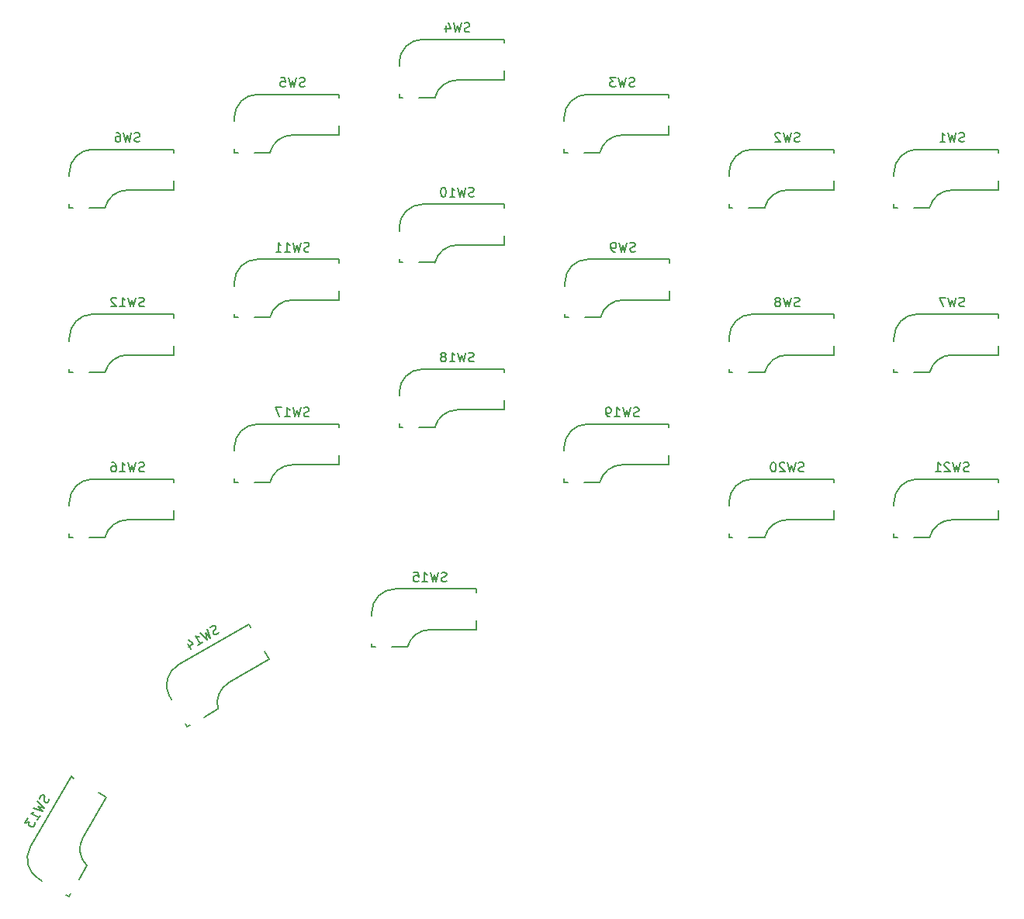
<source format=gbo>
%TF.GenerationSoftware,KiCad,Pcbnew,9.0.4*%
%TF.CreationDate,2025-11-01T07:57:15+01:00*%
%TF.ProjectId,kbv3-right,6b627633-2d72-4696-9768-742e6b696361,rev?*%
%TF.SameCoordinates,Original*%
%TF.FileFunction,Legend,Bot*%
%TF.FilePolarity,Positive*%
%FSLAX46Y46*%
G04 Gerber Fmt 4.6, Leading zero omitted, Abs format (unit mm)*
G04 Created by KiCad (PCBNEW 9.0.4) date 2025-11-01 07:57:15*
%MOMM*%
%LPD*%
G01*
G04 APERTURE LIST*
%ADD10C,0.150000*%
G04 APERTURE END LIST*
D10*
X121729523Y-97152200D02*
X121586666Y-97199819D01*
X121586666Y-97199819D02*
X121348571Y-97199819D01*
X121348571Y-97199819D02*
X121253333Y-97152200D01*
X121253333Y-97152200D02*
X121205714Y-97104580D01*
X121205714Y-97104580D02*
X121158095Y-97009342D01*
X121158095Y-97009342D02*
X121158095Y-96914104D01*
X121158095Y-96914104D02*
X121205714Y-96818866D01*
X121205714Y-96818866D02*
X121253333Y-96771247D01*
X121253333Y-96771247D02*
X121348571Y-96723628D01*
X121348571Y-96723628D02*
X121539047Y-96676009D01*
X121539047Y-96676009D02*
X121634285Y-96628390D01*
X121634285Y-96628390D02*
X121681904Y-96580771D01*
X121681904Y-96580771D02*
X121729523Y-96485533D01*
X121729523Y-96485533D02*
X121729523Y-96390295D01*
X121729523Y-96390295D02*
X121681904Y-96295057D01*
X121681904Y-96295057D02*
X121634285Y-96247438D01*
X121634285Y-96247438D02*
X121539047Y-96199819D01*
X121539047Y-96199819D02*
X121300952Y-96199819D01*
X121300952Y-96199819D02*
X121158095Y-96247438D01*
X120824761Y-96199819D02*
X120586666Y-97199819D01*
X120586666Y-97199819D02*
X120396190Y-96485533D01*
X120396190Y-96485533D02*
X120205714Y-97199819D01*
X120205714Y-97199819D02*
X119967619Y-96199819D01*
X119062857Y-97199819D02*
X119634285Y-97199819D01*
X119348571Y-97199819D02*
X119348571Y-96199819D01*
X119348571Y-96199819D02*
X119443809Y-96342676D01*
X119443809Y-96342676D02*
X119539047Y-96437914D01*
X119539047Y-96437914D02*
X119634285Y-96485533D01*
X118491428Y-96628390D02*
X118586666Y-96580771D01*
X118586666Y-96580771D02*
X118634285Y-96533152D01*
X118634285Y-96533152D02*
X118681904Y-96437914D01*
X118681904Y-96437914D02*
X118681904Y-96390295D01*
X118681904Y-96390295D02*
X118634285Y-96295057D01*
X118634285Y-96295057D02*
X118586666Y-96247438D01*
X118586666Y-96247438D02*
X118491428Y-96199819D01*
X118491428Y-96199819D02*
X118300952Y-96199819D01*
X118300952Y-96199819D02*
X118205714Y-96247438D01*
X118205714Y-96247438D02*
X118158095Y-96295057D01*
X118158095Y-96295057D02*
X118110476Y-96390295D01*
X118110476Y-96390295D02*
X118110476Y-96437914D01*
X118110476Y-96437914D02*
X118158095Y-96533152D01*
X118158095Y-96533152D02*
X118205714Y-96580771D01*
X118205714Y-96580771D02*
X118300952Y-96628390D01*
X118300952Y-96628390D02*
X118491428Y-96628390D01*
X118491428Y-96628390D02*
X118586666Y-96676009D01*
X118586666Y-96676009D02*
X118634285Y-96723628D01*
X118634285Y-96723628D02*
X118681904Y-96818866D01*
X118681904Y-96818866D02*
X118681904Y-97009342D01*
X118681904Y-97009342D02*
X118634285Y-97104580D01*
X118634285Y-97104580D02*
X118586666Y-97152200D01*
X118586666Y-97152200D02*
X118491428Y-97199819D01*
X118491428Y-97199819D02*
X118300952Y-97199819D01*
X118300952Y-97199819D02*
X118205714Y-97152200D01*
X118205714Y-97152200D02*
X118158095Y-97104580D01*
X118158095Y-97104580D02*
X118110476Y-97009342D01*
X118110476Y-97009342D02*
X118110476Y-96818866D01*
X118110476Y-96818866D02*
X118158095Y-96723628D01*
X118158095Y-96723628D02*
X118205714Y-96676009D01*
X118205714Y-96676009D02*
X118300952Y-96628390D01*
X121253332Y-61152200D02*
X121110475Y-61199819D01*
X121110475Y-61199819D02*
X120872380Y-61199819D01*
X120872380Y-61199819D02*
X120777142Y-61152200D01*
X120777142Y-61152200D02*
X120729523Y-61104580D01*
X120729523Y-61104580D02*
X120681904Y-61009342D01*
X120681904Y-61009342D02*
X120681904Y-60914104D01*
X120681904Y-60914104D02*
X120729523Y-60818866D01*
X120729523Y-60818866D02*
X120777142Y-60771247D01*
X120777142Y-60771247D02*
X120872380Y-60723628D01*
X120872380Y-60723628D02*
X121062856Y-60676009D01*
X121062856Y-60676009D02*
X121158094Y-60628390D01*
X121158094Y-60628390D02*
X121205713Y-60580771D01*
X121205713Y-60580771D02*
X121253332Y-60485533D01*
X121253332Y-60485533D02*
X121253332Y-60390295D01*
X121253332Y-60390295D02*
X121205713Y-60295057D01*
X121205713Y-60295057D02*
X121158094Y-60247438D01*
X121158094Y-60247438D02*
X121062856Y-60199819D01*
X121062856Y-60199819D02*
X120824761Y-60199819D01*
X120824761Y-60199819D02*
X120681904Y-60247438D01*
X120348570Y-60199819D02*
X120110475Y-61199819D01*
X120110475Y-61199819D02*
X119919999Y-60485533D01*
X119919999Y-60485533D02*
X119729523Y-61199819D01*
X119729523Y-61199819D02*
X119491428Y-60199819D01*
X118681904Y-60533152D02*
X118681904Y-61199819D01*
X118919999Y-60152200D02*
X119158094Y-60866485D01*
X119158094Y-60866485D02*
X118539047Y-60866485D01*
X175253332Y-91152200D02*
X175110475Y-91199819D01*
X175110475Y-91199819D02*
X174872380Y-91199819D01*
X174872380Y-91199819D02*
X174777142Y-91152200D01*
X174777142Y-91152200D02*
X174729523Y-91104580D01*
X174729523Y-91104580D02*
X174681904Y-91009342D01*
X174681904Y-91009342D02*
X174681904Y-90914104D01*
X174681904Y-90914104D02*
X174729523Y-90818866D01*
X174729523Y-90818866D02*
X174777142Y-90771247D01*
X174777142Y-90771247D02*
X174872380Y-90723628D01*
X174872380Y-90723628D02*
X175062856Y-90676009D01*
X175062856Y-90676009D02*
X175158094Y-90628390D01*
X175158094Y-90628390D02*
X175205713Y-90580771D01*
X175205713Y-90580771D02*
X175253332Y-90485533D01*
X175253332Y-90485533D02*
X175253332Y-90390295D01*
X175253332Y-90390295D02*
X175205713Y-90295057D01*
X175205713Y-90295057D02*
X175158094Y-90247438D01*
X175158094Y-90247438D02*
X175062856Y-90199819D01*
X175062856Y-90199819D02*
X174824761Y-90199819D01*
X174824761Y-90199819D02*
X174681904Y-90247438D01*
X174348570Y-90199819D02*
X174110475Y-91199819D01*
X174110475Y-91199819D02*
X173919999Y-90485533D01*
X173919999Y-90485533D02*
X173729523Y-91199819D01*
X173729523Y-91199819D02*
X173491428Y-90199819D01*
X173205713Y-90199819D02*
X172539047Y-90199819D01*
X172539047Y-90199819D02*
X172967618Y-91199819D01*
X139729523Y-103152200D02*
X139586666Y-103199819D01*
X139586666Y-103199819D02*
X139348571Y-103199819D01*
X139348571Y-103199819D02*
X139253333Y-103152200D01*
X139253333Y-103152200D02*
X139205714Y-103104580D01*
X139205714Y-103104580D02*
X139158095Y-103009342D01*
X139158095Y-103009342D02*
X139158095Y-102914104D01*
X139158095Y-102914104D02*
X139205714Y-102818866D01*
X139205714Y-102818866D02*
X139253333Y-102771247D01*
X139253333Y-102771247D02*
X139348571Y-102723628D01*
X139348571Y-102723628D02*
X139539047Y-102676009D01*
X139539047Y-102676009D02*
X139634285Y-102628390D01*
X139634285Y-102628390D02*
X139681904Y-102580771D01*
X139681904Y-102580771D02*
X139729523Y-102485533D01*
X139729523Y-102485533D02*
X139729523Y-102390295D01*
X139729523Y-102390295D02*
X139681904Y-102295057D01*
X139681904Y-102295057D02*
X139634285Y-102247438D01*
X139634285Y-102247438D02*
X139539047Y-102199819D01*
X139539047Y-102199819D02*
X139300952Y-102199819D01*
X139300952Y-102199819D02*
X139158095Y-102247438D01*
X138824761Y-102199819D02*
X138586666Y-103199819D01*
X138586666Y-103199819D02*
X138396190Y-102485533D01*
X138396190Y-102485533D02*
X138205714Y-103199819D01*
X138205714Y-103199819D02*
X137967619Y-102199819D01*
X137062857Y-103199819D02*
X137634285Y-103199819D01*
X137348571Y-103199819D02*
X137348571Y-102199819D01*
X137348571Y-102199819D02*
X137443809Y-102342676D01*
X137443809Y-102342676D02*
X137539047Y-102437914D01*
X137539047Y-102437914D02*
X137634285Y-102485533D01*
X136586666Y-103199819D02*
X136396190Y-103199819D01*
X136396190Y-103199819D02*
X136300952Y-103152200D01*
X136300952Y-103152200D02*
X136253333Y-103104580D01*
X136253333Y-103104580D02*
X136158095Y-102961723D01*
X136158095Y-102961723D02*
X136110476Y-102771247D01*
X136110476Y-102771247D02*
X136110476Y-102390295D01*
X136110476Y-102390295D02*
X136158095Y-102295057D01*
X136158095Y-102295057D02*
X136205714Y-102247438D01*
X136205714Y-102247438D02*
X136300952Y-102199819D01*
X136300952Y-102199819D02*
X136491428Y-102199819D01*
X136491428Y-102199819D02*
X136586666Y-102247438D01*
X136586666Y-102247438D02*
X136634285Y-102295057D01*
X136634285Y-102295057D02*
X136681904Y-102390295D01*
X136681904Y-102390295D02*
X136681904Y-102628390D01*
X136681904Y-102628390D02*
X136634285Y-102723628D01*
X136634285Y-102723628D02*
X136586666Y-102771247D01*
X136586666Y-102771247D02*
X136491428Y-102818866D01*
X136491428Y-102818866D02*
X136300952Y-102818866D01*
X136300952Y-102818866D02*
X136205714Y-102771247D01*
X136205714Y-102771247D02*
X136158095Y-102723628D01*
X136158095Y-102723628D02*
X136110476Y-102628390D01*
X139333332Y-85152200D02*
X139190475Y-85199819D01*
X139190475Y-85199819D02*
X138952380Y-85199819D01*
X138952380Y-85199819D02*
X138857142Y-85152200D01*
X138857142Y-85152200D02*
X138809523Y-85104580D01*
X138809523Y-85104580D02*
X138761904Y-85009342D01*
X138761904Y-85009342D02*
X138761904Y-84914104D01*
X138761904Y-84914104D02*
X138809523Y-84818866D01*
X138809523Y-84818866D02*
X138857142Y-84771247D01*
X138857142Y-84771247D02*
X138952380Y-84723628D01*
X138952380Y-84723628D02*
X139142856Y-84676009D01*
X139142856Y-84676009D02*
X139238094Y-84628390D01*
X139238094Y-84628390D02*
X139285713Y-84580771D01*
X139285713Y-84580771D02*
X139333332Y-84485533D01*
X139333332Y-84485533D02*
X139333332Y-84390295D01*
X139333332Y-84390295D02*
X139285713Y-84295057D01*
X139285713Y-84295057D02*
X139238094Y-84247438D01*
X139238094Y-84247438D02*
X139142856Y-84199819D01*
X139142856Y-84199819D02*
X138904761Y-84199819D01*
X138904761Y-84199819D02*
X138761904Y-84247438D01*
X138428570Y-84199819D02*
X138190475Y-85199819D01*
X138190475Y-85199819D02*
X137999999Y-84485533D01*
X137999999Y-84485533D02*
X137809523Y-85199819D01*
X137809523Y-85199819D02*
X137571428Y-84199819D01*
X137142856Y-85199819D02*
X136952380Y-85199819D01*
X136952380Y-85199819D02*
X136857142Y-85152200D01*
X136857142Y-85152200D02*
X136809523Y-85104580D01*
X136809523Y-85104580D02*
X136714285Y-84961723D01*
X136714285Y-84961723D02*
X136666666Y-84771247D01*
X136666666Y-84771247D02*
X136666666Y-84390295D01*
X136666666Y-84390295D02*
X136714285Y-84295057D01*
X136714285Y-84295057D02*
X136761904Y-84247438D01*
X136761904Y-84247438D02*
X136857142Y-84199819D01*
X136857142Y-84199819D02*
X137047618Y-84199819D01*
X137047618Y-84199819D02*
X137142856Y-84247438D01*
X137142856Y-84247438D02*
X137190475Y-84295057D01*
X137190475Y-84295057D02*
X137238094Y-84390295D01*
X137238094Y-84390295D02*
X137238094Y-84628390D01*
X137238094Y-84628390D02*
X137190475Y-84723628D01*
X137190475Y-84723628D02*
X137142856Y-84771247D01*
X137142856Y-84771247D02*
X137047618Y-84818866D01*
X137047618Y-84818866D02*
X136857142Y-84818866D01*
X136857142Y-84818866D02*
X136761904Y-84771247D01*
X136761904Y-84771247D02*
X136714285Y-84723628D01*
X136714285Y-84723628D02*
X136666666Y-84628390D01*
X85253332Y-73152200D02*
X85110475Y-73199819D01*
X85110475Y-73199819D02*
X84872380Y-73199819D01*
X84872380Y-73199819D02*
X84777142Y-73152200D01*
X84777142Y-73152200D02*
X84729523Y-73104580D01*
X84729523Y-73104580D02*
X84681904Y-73009342D01*
X84681904Y-73009342D02*
X84681904Y-72914104D01*
X84681904Y-72914104D02*
X84729523Y-72818866D01*
X84729523Y-72818866D02*
X84777142Y-72771247D01*
X84777142Y-72771247D02*
X84872380Y-72723628D01*
X84872380Y-72723628D02*
X85062856Y-72676009D01*
X85062856Y-72676009D02*
X85158094Y-72628390D01*
X85158094Y-72628390D02*
X85205713Y-72580771D01*
X85205713Y-72580771D02*
X85253332Y-72485533D01*
X85253332Y-72485533D02*
X85253332Y-72390295D01*
X85253332Y-72390295D02*
X85205713Y-72295057D01*
X85205713Y-72295057D02*
X85158094Y-72247438D01*
X85158094Y-72247438D02*
X85062856Y-72199819D01*
X85062856Y-72199819D02*
X84824761Y-72199819D01*
X84824761Y-72199819D02*
X84681904Y-72247438D01*
X84348570Y-72199819D02*
X84110475Y-73199819D01*
X84110475Y-73199819D02*
X83919999Y-72485533D01*
X83919999Y-72485533D02*
X83729523Y-73199819D01*
X83729523Y-73199819D02*
X83491428Y-72199819D01*
X82681904Y-72199819D02*
X82872380Y-72199819D01*
X82872380Y-72199819D02*
X82967618Y-72247438D01*
X82967618Y-72247438D02*
X83015237Y-72295057D01*
X83015237Y-72295057D02*
X83110475Y-72437914D01*
X83110475Y-72437914D02*
X83158094Y-72628390D01*
X83158094Y-72628390D02*
X83158094Y-73009342D01*
X83158094Y-73009342D02*
X83110475Y-73104580D01*
X83110475Y-73104580D02*
X83062856Y-73152200D01*
X83062856Y-73152200D02*
X82967618Y-73199819D01*
X82967618Y-73199819D02*
X82777142Y-73199819D01*
X82777142Y-73199819D02*
X82681904Y-73152200D01*
X82681904Y-73152200D02*
X82634285Y-73104580D01*
X82634285Y-73104580D02*
X82586666Y-73009342D01*
X82586666Y-73009342D02*
X82586666Y-72771247D01*
X82586666Y-72771247D02*
X82634285Y-72676009D01*
X82634285Y-72676009D02*
X82681904Y-72628390D01*
X82681904Y-72628390D02*
X82777142Y-72580771D01*
X82777142Y-72580771D02*
X82967618Y-72580771D01*
X82967618Y-72580771D02*
X83062856Y-72628390D01*
X83062856Y-72628390D02*
X83110475Y-72676009D01*
X83110475Y-72676009D02*
X83158094Y-72771247D01*
X139253332Y-67152200D02*
X139110475Y-67199819D01*
X139110475Y-67199819D02*
X138872380Y-67199819D01*
X138872380Y-67199819D02*
X138777142Y-67152200D01*
X138777142Y-67152200D02*
X138729523Y-67104580D01*
X138729523Y-67104580D02*
X138681904Y-67009342D01*
X138681904Y-67009342D02*
X138681904Y-66914104D01*
X138681904Y-66914104D02*
X138729523Y-66818866D01*
X138729523Y-66818866D02*
X138777142Y-66771247D01*
X138777142Y-66771247D02*
X138872380Y-66723628D01*
X138872380Y-66723628D02*
X139062856Y-66676009D01*
X139062856Y-66676009D02*
X139158094Y-66628390D01*
X139158094Y-66628390D02*
X139205713Y-66580771D01*
X139205713Y-66580771D02*
X139253332Y-66485533D01*
X139253332Y-66485533D02*
X139253332Y-66390295D01*
X139253332Y-66390295D02*
X139205713Y-66295057D01*
X139205713Y-66295057D02*
X139158094Y-66247438D01*
X139158094Y-66247438D02*
X139062856Y-66199819D01*
X139062856Y-66199819D02*
X138824761Y-66199819D01*
X138824761Y-66199819D02*
X138681904Y-66247438D01*
X138348570Y-66199819D02*
X138110475Y-67199819D01*
X138110475Y-67199819D02*
X137919999Y-66485533D01*
X137919999Y-66485533D02*
X137729523Y-67199819D01*
X137729523Y-67199819D02*
X137491428Y-66199819D01*
X137205713Y-66199819D02*
X136586666Y-66199819D01*
X136586666Y-66199819D02*
X136919999Y-66580771D01*
X136919999Y-66580771D02*
X136777142Y-66580771D01*
X136777142Y-66580771D02*
X136681904Y-66628390D01*
X136681904Y-66628390D02*
X136634285Y-66676009D01*
X136634285Y-66676009D02*
X136586666Y-66771247D01*
X136586666Y-66771247D02*
X136586666Y-67009342D01*
X136586666Y-67009342D02*
X136634285Y-67104580D01*
X136634285Y-67104580D02*
X136681904Y-67152200D01*
X136681904Y-67152200D02*
X136777142Y-67199819D01*
X136777142Y-67199819D02*
X137062856Y-67199819D01*
X137062856Y-67199819D02*
X137158094Y-67152200D01*
X137158094Y-67152200D02*
X137205713Y-67104580D01*
X175253332Y-73152200D02*
X175110475Y-73199819D01*
X175110475Y-73199819D02*
X174872380Y-73199819D01*
X174872380Y-73199819D02*
X174777142Y-73152200D01*
X174777142Y-73152200D02*
X174729523Y-73104580D01*
X174729523Y-73104580D02*
X174681904Y-73009342D01*
X174681904Y-73009342D02*
X174681904Y-72914104D01*
X174681904Y-72914104D02*
X174729523Y-72818866D01*
X174729523Y-72818866D02*
X174777142Y-72771247D01*
X174777142Y-72771247D02*
X174872380Y-72723628D01*
X174872380Y-72723628D02*
X175062856Y-72676009D01*
X175062856Y-72676009D02*
X175158094Y-72628390D01*
X175158094Y-72628390D02*
X175205713Y-72580771D01*
X175205713Y-72580771D02*
X175253332Y-72485533D01*
X175253332Y-72485533D02*
X175253332Y-72390295D01*
X175253332Y-72390295D02*
X175205713Y-72295057D01*
X175205713Y-72295057D02*
X175158094Y-72247438D01*
X175158094Y-72247438D02*
X175062856Y-72199819D01*
X175062856Y-72199819D02*
X174824761Y-72199819D01*
X174824761Y-72199819D02*
X174681904Y-72247438D01*
X174348570Y-72199819D02*
X174110475Y-73199819D01*
X174110475Y-73199819D02*
X173919999Y-72485533D01*
X173919999Y-72485533D02*
X173729523Y-73199819D01*
X173729523Y-73199819D02*
X173491428Y-72199819D01*
X172586666Y-73199819D02*
X173158094Y-73199819D01*
X172872380Y-73199819D02*
X172872380Y-72199819D01*
X172872380Y-72199819D02*
X172967618Y-72342676D01*
X172967618Y-72342676D02*
X173062856Y-72437914D01*
X173062856Y-72437914D02*
X173158094Y-72485533D01*
X118729523Y-121152200D02*
X118586666Y-121199819D01*
X118586666Y-121199819D02*
X118348571Y-121199819D01*
X118348571Y-121199819D02*
X118253333Y-121152200D01*
X118253333Y-121152200D02*
X118205714Y-121104580D01*
X118205714Y-121104580D02*
X118158095Y-121009342D01*
X118158095Y-121009342D02*
X118158095Y-120914104D01*
X118158095Y-120914104D02*
X118205714Y-120818866D01*
X118205714Y-120818866D02*
X118253333Y-120771247D01*
X118253333Y-120771247D02*
X118348571Y-120723628D01*
X118348571Y-120723628D02*
X118539047Y-120676009D01*
X118539047Y-120676009D02*
X118634285Y-120628390D01*
X118634285Y-120628390D02*
X118681904Y-120580771D01*
X118681904Y-120580771D02*
X118729523Y-120485533D01*
X118729523Y-120485533D02*
X118729523Y-120390295D01*
X118729523Y-120390295D02*
X118681904Y-120295057D01*
X118681904Y-120295057D02*
X118634285Y-120247438D01*
X118634285Y-120247438D02*
X118539047Y-120199819D01*
X118539047Y-120199819D02*
X118300952Y-120199819D01*
X118300952Y-120199819D02*
X118158095Y-120247438D01*
X117824761Y-120199819D02*
X117586666Y-121199819D01*
X117586666Y-121199819D02*
X117396190Y-120485533D01*
X117396190Y-120485533D02*
X117205714Y-121199819D01*
X117205714Y-121199819D02*
X116967619Y-120199819D01*
X116062857Y-121199819D02*
X116634285Y-121199819D01*
X116348571Y-121199819D02*
X116348571Y-120199819D01*
X116348571Y-120199819D02*
X116443809Y-120342676D01*
X116443809Y-120342676D02*
X116539047Y-120437914D01*
X116539047Y-120437914D02*
X116634285Y-120485533D01*
X115158095Y-120199819D02*
X115634285Y-120199819D01*
X115634285Y-120199819D02*
X115681904Y-120676009D01*
X115681904Y-120676009D02*
X115634285Y-120628390D01*
X115634285Y-120628390D02*
X115539047Y-120580771D01*
X115539047Y-120580771D02*
X115300952Y-120580771D01*
X115300952Y-120580771D02*
X115205714Y-120628390D01*
X115205714Y-120628390D02*
X115158095Y-120676009D01*
X115158095Y-120676009D02*
X115110476Y-120771247D01*
X115110476Y-120771247D02*
X115110476Y-121009342D01*
X115110476Y-121009342D02*
X115158095Y-121104580D01*
X115158095Y-121104580D02*
X115205714Y-121152200D01*
X115205714Y-121152200D02*
X115300952Y-121199819D01*
X115300952Y-121199819D02*
X115539047Y-121199819D01*
X115539047Y-121199819D02*
X115634285Y-121152200D01*
X115634285Y-121152200D02*
X115681904Y-121104580D01*
X121729523Y-79152200D02*
X121586666Y-79199819D01*
X121586666Y-79199819D02*
X121348571Y-79199819D01*
X121348571Y-79199819D02*
X121253333Y-79152200D01*
X121253333Y-79152200D02*
X121205714Y-79104580D01*
X121205714Y-79104580D02*
X121158095Y-79009342D01*
X121158095Y-79009342D02*
X121158095Y-78914104D01*
X121158095Y-78914104D02*
X121205714Y-78818866D01*
X121205714Y-78818866D02*
X121253333Y-78771247D01*
X121253333Y-78771247D02*
X121348571Y-78723628D01*
X121348571Y-78723628D02*
X121539047Y-78676009D01*
X121539047Y-78676009D02*
X121634285Y-78628390D01*
X121634285Y-78628390D02*
X121681904Y-78580771D01*
X121681904Y-78580771D02*
X121729523Y-78485533D01*
X121729523Y-78485533D02*
X121729523Y-78390295D01*
X121729523Y-78390295D02*
X121681904Y-78295057D01*
X121681904Y-78295057D02*
X121634285Y-78247438D01*
X121634285Y-78247438D02*
X121539047Y-78199819D01*
X121539047Y-78199819D02*
X121300952Y-78199819D01*
X121300952Y-78199819D02*
X121158095Y-78247438D01*
X120824761Y-78199819D02*
X120586666Y-79199819D01*
X120586666Y-79199819D02*
X120396190Y-78485533D01*
X120396190Y-78485533D02*
X120205714Y-79199819D01*
X120205714Y-79199819D02*
X119967619Y-78199819D01*
X119062857Y-79199819D02*
X119634285Y-79199819D01*
X119348571Y-79199819D02*
X119348571Y-78199819D01*
X119348571Y-78199819D02*
X119443809Y-78342676D01*
X119443809Y-78342676D02*
X119539047Y-78437914D01*
X119539047Y-78437914D02*
X119634285Y-78485533D01*
X118443809Y-78199819D02*
X118348571Y-78199819D01*
X118348571Y-78199819D02*
X118253333Y-78247438D01*
X118253333Y-78247438D02*
X118205714Y-78295057D01*
X118205714Y-78295057D02*
X118158095Y-78390295D01*
X118158095Y-78390295D02*
X118110476Y-78580771D01*
X118110476Y-78580771D02*
X118110476Y-78818866D01*
X118110476Y-78818866D02*
X118158095Y-79009342D01*
X118158095Y-79009342D02*
X118205714Y-79104580D01*
X118205714Y-79104580D02*
X118253333Y-79152200D01*
X118253333Y-79152200D02*
X118348571Y-79199819D01*
X118348571Y-79199819D02*
X118443809Y-79199819D01*
X118443809Y-79199819D02*
X118539047Y-79152200D01*
X118539047Y-79152200D02*
X118586666Y-79104580D01*
X118586666Y-79104580D02*
X118634285Y-79009342D01*
X118634285Y-79009342D02*
X118681904Y-78818866D01*
X118681904Y-78818866D02*
X118681904Y-78580771D01*
X118681904Y-78580771D02*
X118634285Y-78390295D01*
X118634285Y-78390295D02*
X118586666Y-78295057D01*
X118586666Y-78295057D02*
X118539047Y-78247438D01*
X118539047Y-78247438D02*
X118443809Y-78199819D01*
X175729523Y-109152200D02*
X175586666Y-109199819D01*
X175586666Y-109199819D02*
X175348571Y-109199819D01*
X175348571Y-109199819D02*
X175253333Y-109152200D01*
X175253333Y-109152200D02*
X175205714Y-109104580D01*
X175205714Y-109104580D02*
X175158095Y-109009342D01*
X175158095Y-109009342D02*
X175158095Y-108914104D01*
X175158095Y-108914104D02*
X175205714Y-108818866D01*
X175205714Y-108818866D02*
X175253333Y-108771247D01*
X175253333Y-108771247D02*
X175348571Y-108723628D01*
X175348571Y-108723628D02*
X175539047Y-108676009D01*
X175539047Y-108676009D02*
X175634285Y-108628390D01*
X175634285Y-108628390D02*
X175681904Y-108580771D01*
X175681904Y-108580771D02*
X175729523Y-108485533D01*
X175729523Y-108485533D02*
X175729523Y-108390295D01*
X175729523Y-108390295D02*
X175681904Y-108295057D01*
X175681904Y-108295057D02*
X175634285Y-108247438D01*
X175634285Y-108247438D02*
X175539047Y-108199819D01*
X175539047Y-108199819D02*
X175300952Y-108199819D01*
X175300952Y-108199819D02*
X175158095Y-108247438D01*
X174824761Y-108199819D02*
X174586666Y-109199819D01*
X174586666Y-109199819D02*
X174396190Y-108485533D01*
X174396190Y-108485533D02*
X174205714Y-109199819D01*
X174205714Y-109199819D02*
X173967619Y-108199819D01*
X173634285Y-108295057D02*
X173586666Y-108247438D01*
X173586666Y-108247438D02*
X173491428Y-108199819D01*
X173491428Y-108199819D02*
X173253333Y-108199819D01*
X173253333Y-108199819D02*
X173158095Y-108247438D01*
X173158095Y-108247438D02*
X173110476Y-108295057D01*
X173110476Y-108295057D02*
X173062857Y-108390295D01*
X173062857Y-108390295D02*
X173062857Y-108485533D01*
X173062857Y-108485533D02*
X173110476Y-108628390D01*
X173110476Y-108628390D02*
X173681904Y-109199819D01*
X173681904Y-109199819D02*
X173062857Y-109199819D01*
X172110476Y-109199819D02*
X172681904Y-109199819D01*
X172396190Y-109199819D02*
X172396190Y-108199819D01*
X172396190Y-108199819D02*
X172491428Y-108342676D01*
X172491428Y-108342676D02*
X172586666Y-108437914D01*
X172586666Y-108437914D02*
X172681904Y-108485533D01*
X157253332Y-73152200D02*
X157110475Y-73199819D01*
X157110475Y-73199819D02*
X156872380Y-73199819D01*
X156872380Y-73199819D02*
X156777142Y-73152200D01*
X156777142Y-73152200D02*
X156729523Y-73104580D01*
X156729523Y-73104580D02*
X156681904Y-73009342D01*
X156681904Y-73009342D02*
X156681904Y-72914104D01*
X156681904Y-72914104D02*
X156729523Y-72818866D01*
X156729523Y-72818866D02*
X156777142Y-72771247D01*
X156777142Y-72771247D02*
X156872380Y-72723628D01*
X156872380Y-72723628D02*
X157062856Y-72676009D01*
X157062856Y-72676009D02*
X157158094Y-72628390D01*
X157158094Y-72628390D02*
X157205713Y-72580771D01*
X157205713Y-72580771D02*
X157253332Y-72485533D01*
X157253332Y-72485533D02*
X157253332Y-72390295D01*
X157253332Y-72390295D02*
X157205713Y-72295057D01*
X157205713Y-72295057D02*
X157158094Y-72247438D01*
X157158094Y-72247438D02*
X157062856Y-72199819D01*
X157062856Y-72199819D02*
X156824761Y-72199819D01*
X156824761Y-72199819D02*
X156681904Y-72247438D01*
X156348570Y-72199819D02*
X156110475Y-73199819D01*
X156110475Y-73199819D02*
X155919999Y-72485533D01*
X155919999Y-72485533D02*
X155729523Y-73199819D01*
X155729523Y-73199819D02*
X155491428Y-72199819D01*
X155158094Y-72295057D02*
X155110475Y-72247438D01*
X155110475Y-72247438D02*
X155015237Y-72199819D01*
X155015237Y-72199819D02*
X154777142Y-72199819D01*
X154777142Y-72199819D02*
X154681904Y-72247438D01*
X154681904Y-72247438D02*
X154634285Y-72295057D01*
X154634285Y-72295057D02*
X154586666Y-72390295D01*
X154586666Y-72390295D02*
X154586666Y-72485533D01*
X154586666Y-72485533D02*
X154634285Y-72628390D01*
X154634285Y-72628390D02*
X155205713Y-73199819D01*
X155205713Y-73199819D02*
X154586666Y-73199819D01*
X85729523Y-91152200D02*
X85586666Y-91199819D01*
X85586666Y-91199819D02*
X85348571Y-91199819D01*
X85348571Y-91199819D02*
X85253333Y-91152200D01*
X85253333Y-91152200D02*
X85205714Y-91104580D01*
X85205714Y-91104580D02*
X85158095Y-91009342D01*
X85158095Y-91009342D02*
X85158095Y-90914104D01*
X85158095Y-90914104D02*
X85205714Y-90818866D01*
X85205714Y-90818866D02*
X85253333Y-90771247D01*
X85253333Y-90771247D02*
X85348571Y-90723628D01*
X85348571Y-90723628D02*
X85539047Y-90676009D01*
X85539047Y-90676009D02*
X85634285Y-90628390D01*
X85634285Y-90628390D02*
X85681904Y-90580771D01*
X85681904Y-90580771D02*
X85729523Y-90485533D01*
X85729523Y-90485533D02*
X85729523Y-90390295D01*
X85729523Y-90390295D02*
X85681904Y-90295057D01*
X85681904Y-90295057D02*
X85634285Y-90247438D01*
X85634285Y-90247438D02*
X85539047Y-90199819D01*
X85539047Y-90199819D02*
X85300952Y-90199819D01*
X85300952Y-90199819D02*
X85158095Y-90247438D01*
X84824761Y-90199819D02*
X84586666Y-91199819D01*
X84586666Y-91199819D02*
X84396190Y-90485533D01*
X84396190Y-90485533D02*
X84205714Y-91199819D01*
X84205714Y-91199819D02*
X83967619Y-90199819D01*
X83062857Y-91199819D02*
X83634285Y-91199819D01*
X83348571Y-91199819D02*
X83348571Y-90199819D01*
X83348571Y-90199819D02*
X83443809Y-90342676D01*
X83443809Y-90342676D02*
X83539047Y-90437914D01*
X83539047Y-90437914D02*
X83634285Y-90485533D01*
X82681904Y-90295057D02*
X82634285Y-90247438D01*
X82634285Y-90247438D02*
X82539047Y-90199819D01*
X82539047Y-90199819D02*
X82300952Y-90199819D01*
X82300952Y-90199819D02*
X82205714Y-90247438D01*
X82205714Y-90247438D02*
X82158095Y-90295057D01*
X82158095Y-90295057D02*
X82110476Y-90390295D01*
X82110476Y-90390295D02*
X82110476Y-90485533D01*
X82110476Y-90485533D02*
X82158095Y-90628390D01*
X82158095Y-90628390D02*
X82729523Y-91199819D01*
X82729523Y-91199819D02*
X82110476Y-91199819D01*
X85729523Y-109152200D02*
X85586666Y-109199819D01*
X85586666Y-109199819D02*
X85348571Y-109199819D01*
X85348571Y-109199819D02*
X85253333Y-109152200D01*
X85253333Y-109152200D02*
X85205714Y-109104580D01*
X85205714Y-109104580D02*
X85158095Y-109009342D01*
X85158095Y-109009342D02*
X85158095Y-108914104D01*
X85158095Y-108914104D02*
X85205714Y-108818866D01*
X85205714Y-108818866D02*
X85253333Y-108771247D01*
X85253333Y-108771247D02*
X85348571Y-108723628D01*
X85348571Y-108723628D02*
X85539047Y-108676009D01*
X85539047Y-108676009D02*
X85634285Y-108628390D01*
X85634285Y-108628390D02*
X85681904Y-108580771D01*
X85681904Y-108580771D02*
X85729523Y-108485533D01*
X85729523Y-108485533D02*
X85729523Y-108390295D01*
X85729523Y-108390295D02*
X85681904Y-108295057D01*
X85681904Y-108295057D02*
X85634285Y-108247438D01*
X85634285Y-108247438D02*
X85539047Y-108199819D01*
X85539047Y-108199819D02*
X85300952Y-108199819D01*
X85300952Y-108199819D02*
X85158095Y-108247438D01*
X84824761Y-108199819D02*
X84586666Y-109199819D01*
X84586666Y-109199819D02*
X84396190Y-108485533D01*
X84396190Y-108485533D02*
X84205714Y-109199819D01*
X84205714Y-109199819D02*
X83967619Y-108199819D01*
X83062857Y-109199819D02*
X83634285Y-109199819D01*
X83348571Y-109199819D02*
X83348571Y-108199819D01*
X83348571Y-108199819D02*
X83443809Y-108342676D01*
X83443809Y-108342676D02*
X83539047Y-108437914D01*
X83539047Y-108437914D02*
X83634285Y-108485533D01*
X82205714Y-108199819D02*
X82396190Y-108199819D01*
X82396190Y-108199819D02*
X82491428Y-108247438D01*
X82491428Y-108247438D02*
X82539047Y-108295057D01*
X82539047Y-108295057D02*
X82634285Y-108437914D01*
X82634285Y-108437914D02*
X82681904Y-108628390D01*
X82681904Y-108628390D02*
X82681904Y-109009342D01*
X82681904Y-109009342D02*
X82634285Y-109104580D01*
X82634285Y-109104580D02*
X82586666Y-109152200D01*
X82586666Y-109152200D02*
X82491428Y-109199819D01*
X82491428Y-109199819D02*
X82300952Y-109199819D01*
X82300952Y-109199819D02*
X82205714Y-109152200D01*
X82205714Y-109152200D02*
X82158095Y-109104580D01*
X82158095Y-109104580D02*
X82110476Y-109009342D01*
X82110476Y-109009342D02*
X82110476Y-108771247D01*
X82110476Y-108771247D02*
X82158095Y-108676009D01*
X82158095Y-108676009D02*
X82205714Y-108628390D01*
X82205714Y-108628390D02*
X82300952Y-108580771D01*
X82300952Y-108580771D02*
X82491428Y-108580771D01*
X82491428Y-108580771D02*
X82586666Y-108628390D01*
X82586666Y-108628390D02*
X82634285Y-108676009D01*
X82634285Y-108676009D02*
X82681904Y-108771247D01*
X157729523Y-109152200D02*
X157586666Y-109199819D01*
X157586666Y-109199819D02*
X157348571Y-109199819D01*
X157348571Y-109199819D02*
X157253333Y-109152200D01*
X157253333Y-109152200D02*
X157205714Y-109104580D01*
X157205714Y-109104580D02*
X157158095Y-109009342D01*
X157158095Y-109009342D02*
X157158095Y-108914104D01*
X157158095Y-108914104D02*
X157205714Y-108818866D01*
X157205714Y-108818866D02*
X157253333Y-108771247D01*
X157253333Y-108771247D02*
X157348571Y-108723628D01*
X157348571Y-108723628D02*
X157539047Y-108676009D01*
X157539047Y-108676009D02*
X157634285Y-108628390D01*
X157634285Y-108628390D02*
X157681904Y-108580771D01*
X157681904Y-108580771D02*
X157729523Y-108485533D01*
X157729523Y-108485533D02*
X157729523Y-108390295D01*
X157729523Y-108390295D02*
X157681904Y-108295057D01*
X157681904Y-108295057D02*
X157634285Y-108247438D01*
X157634285Y-108247438D02*
X157539047Y-108199819D01*
X157539047Y-108199819D02*
X157300952Y-108199819D01*
X157300952Y-108199819D02*
X157158095Y-108247438D01*
X156824761Y-108199819D02*
X156586666Y-109199819D01*
X156586666Y-109199819D02*
X156396190Y-108485533D01*
X156396190Y-108485533D02*
X156205714Y-109199819D01*
X156205714Y-109199819D02*
X155967619Y-108199819D01*
X155634285Y-108295057D02*
X155586666Y-108247438D01*
X155586666Y-108247438D02*
X155491428Y-108199819D01*
X155491428Y-108199819D02*
X155253333Y-108199819D01*
X155253333Y-108199819D02*
X155158095Y-108247438D01*
X155158095Y-108247438D02*
X155110476Y-108295057D01*
X155110476Y-108295057D02*
X155062857Y-108390295D01*
X155062857Y-108390295D02*
X155062857Y-108485533D01*
X155062857Y-108485533D02*
X155110476Y-108628390D01*
X155110476Y-108628390D02*
X155681904Y-109199819D01*
X155681904Y-109199819D02*
X155062857Y-109199819D01*
X154443809Y-108199819D02*
X154348571Y-108199819D01*
X154348571Y-108199819D02*
X154253333Y-108247438D01*
X154253333Y-108247438D02*
X154205714Y-108295057D01*
X154205714Y-108295057D02*
X154158095Y-108390295D01*
X154158095Y-108390295D02*
X154110476Y-108580771D01*
X154110476Y-108580771D02*
X154110476Y-108818866D01*
X154110476Y-108818866D02*
X154158095Y-109009342D01*
X154158095Y-109009342D02*
X154205714Y-109104580D01*
X154205714Y-109104580D02*
X154253333Y-109152200D01*
X154253333Y-109152200D02*
X154348571Y-109199819D01*
X154348571Y-109199819D02*
X154443809Y-109199819D01*
X154443809Y-109199819D02*
X154539047Y-109152200D01*
X154539047Y-109152200D02*
X154586666Y-109104580D01*
X154586666Y-109104580D02*
X154634285Y-109009342D01*
X154634285Y-109009342D02*
X154681904Y-108818866D01*
X154681904Y-108818866D02*
X154681904Y-108580771D01*
X154681904Y-108580771D02*
X154634285Y-108390295D01*
X154634285Y-108390295D02*
X154586666Y-108295057D01*
X154586666Y-108295057D02*
X154539047Y-108247438D01*
X154539047Y-108247438D02*
X154443809Y-108199819D01*
X93883784Y-126748843D02*
X93783876Y-126861511D01*
X93783876Y-126861511D02*
X93577679Y-126980559D01*
X93577679Y-126980559D02*
X93471391Y-126986938D01*
X93471391Y-126986938D02*
X93406342Y-126969509D01*
X93406342Y-126969509D02*
X93317484Y-126910840D01*
X93317484Y-126910840D02*
X93269865Y-126828361D01*
X93269865Y-126828361D02*
X93263485Y-126722073D01*
X93263485Y-126722073D02*
X93280915Y-126657024D01*
X93280915Y-126657024D02*
X93339584Y-126568166D01*
X93339584Y-126568166D02*
X93480732Y-126431688D01*
X93480732Y-126431688D02*
X93539401Y-126342830D01*
X93539401Y-126342830D02*
X93556830Y-126277781D01*
X93556830Y-126277781D02*
X93550451Y-126171493D01*
X93550451Y-126171493D02*
X93502832Y-126089014D01*
X93502832Y-126089014D02*
X93413973Y-126030345D01*
X93413973Y-126030345D02*
X93348925Y-126012915D01*
X93348925Y-126012915D02*
X93242636Y-126019295D01*
X93242636Y-126019295D02*
X93036440Y-126138343D01*
X93036440Y-126138343D02*
X92936531Y-126251011D01*
X92624047Y-126376438D02*
X92917850Y-127361511D01*
X92917850Y-127361511D02*
X92395750Y-126838160D01*
X92395750Y-126838160D02*
X92587936Y-127551987D01*
X92587936Y-127551987D02*
X91881739Y-126805009D01*
X91598193Y-128123416D02*
X92093064Y-127837701D01*
X91845628Y-127980559D02*
X91345628Y-127114533D01*
X91345628Y-127114533D02*
X91499536Y-127190632D01*
X91499536Y-127190632D02*
X91629633Y-127225492D01*
X91629633Y-127225492D02*
X91735921Y-127219112D01*
X90522552Y-127974637D02*
X90855885Y-128551987D01*
X90538272Y-127525675D02*
X91101611Y-128025217D01*
X91101611Y-128025217D02*
X90565501Y-128334741D01*
X103253332Y-67152200D02*
X103110475Y-67199819D01*
X103110475Y-67199819D02*
X102872380Y-67199819D01*
X102872380Y-67199819D02*
X102777142Y-67152200D01*
X102777142Y-67152200D02*
X102729523Y-67104580D01*
X102729523Y-67104580D02*
X102681904Y-67009342D01*
X102681904Y-67009342D02*
X102681904Y-66914104D01*
X102681904Y-66914104D02*
X102729523Y-66818866D01*
X102729523Y-66818866D02*
X102777142Y-66771247D01*
X102777142Y-66771247D02*
X102872380Y-66723628D01*
X102872380Y-66723628D02*
X103062856Y-66676009D01*
X103062856Y-66676009D02*
X103158094Y-66628390D01*
X103158094Y-66628390D02*
X103205713Y-66580771D01*
X103205713Y-66580771D02*
X103253332Y-66485533D01*
X103253332Y-66485533D02*
X103253332Y-66390295D01*
X103253332Y-66390295D02*
X103205713Y-66295057D01*
X103205713Y-66295057D02*
X103158094Y-66247438D01*
X103158094Y-66247438D02*
X103062856Y-66199819D01*
X103062856Y-66199819D02*
X102824761Y-66199819D01*
X102824761Y-66199819D02*
X102681904Y-66247438D01*
X102348570Y-66199819D02*
X102110475Y-67199819D01*
X102110475Y-67199819D02*
X101919999Y-66485533D01*
X101919999Y-66485533D02*
X101729523Y-67199819D01*
X101729523Y-67199819D02*
X101491428Y-66199819D01*
X100634285Y-66199819D02*
X101110475Y-66199819D01*
X101110475Y-66199819D02*
X101158094Y-66676009D01*
X101158094Y-66676009D02*
X101110475Y-66628390D01*
X101110475Y-66628390D02*
X101015237Y-66580771D01*
X101015237Y-66580771D02*
X100777142Y-66580771D01*
X100777142Y-66580771D02*
X100681904Y-66628390D01*
X100681904Y-66628390D02*
X100634285Y-66676009D01*
X100634285Y-66676009D02*
X100586666Y-66771247D01*
X100586666Y-66771247D02*
X100586666Y-67009342D01*
X100586666Y-67009342D02*
X100634285Y-67104580D01*
X100634285Y-67104580D02*
X100681904Y-67152200D01*
X100681904Y-67152200D02*
X100777142Y-67199819D01*
X100777142Y-67199819D02*
X101015237Y-67199819D01*
X101015237Y-67199819D02*
X101110475Y-67152200D01*
X101110475Y-67152200D02*
X101158094Y-67104580D01*
X103729523Y-103152200D02*
X103586666Y-103199819D01*
X103586666Y-103199819D02*
X103348571Y-103199819D01*
X103348571Y-103199819D02*
X103253333Y-103152200D01*
X103253333Y-103152200D02*
X103205714Y-103104580D01*
X103205714Y-103104580D02*
X103158095Y-103009342D01*
X103158095Y-103009342D02*
X103158095Y-102914104D01*
X103158095Y-102914104D02*
X103205714Y-102818866D01*
X103205714Y-102818866D02*
X103253333Y-102771247D01*
X103253333Y-102771247D02*
X103348571Y-102723628D01*
X103348571Y-102723628D02*
X103539047Y-102676009D01*
X103539047Y-102676009D02*
X103634285Y-102628390D01*
X103634285Y-102628390D02*
X103681904Y-102580771D01*
X103681904Y-102580771D02*
X103729523Y-102485533D01*
X103729523Y-102485533D02*
X103729523Y-102390295D01*
X103729523Y-102390295D02*
X103681904Y-102295057D01*
X103681904Y-102295057D02*
X103634285Y-102247438D01*
X103634285Y-102247438D02*
X103539047Y-102199819D01*
X103539047Y-102199819D02*
X103300952Y-102199819D01*
X103300952Y-102199819D02*
X103158095Y-102247438D01*
X102824761Y-102199819D02*
X102586666Y-103199819D01*
X102586666Y-103199819D02*
X102396190Y-102485533D01*
X102396190Y-102485533D02*
X102205714Y-103199819D01*
X102205714Y-103199819D02*
X101967619Y-102199819D01*
X101062857Y-103199819D02*
X101634285Y-103199819D01*
X101348571Y-103199819D02*
X101348571Y-102199819D01*
X101348571Y-102199819D02*
X101443809Y-102342676D01*
X101443809Y-102342676D02*
X101539047Y-102437914D01*
X101539047Y-102437914D02*
X101634285Y-102485533D01*
X100729523Y-102199819D02*
X100062857Y-102199819D01*
X100062857Y-102199819D02*
X100491428Y-103199819D01*
X75368367Y-144908415D02*
X75338178Y-145055942D01*
X75338178Y-145055942D02*
X75219130Y-145262139D01*
X75219130Y-145262139D02*
X75130272Y-145320808D01*
X75130272Y-145320808D02*
X75065223Y-145338238D01*
X75065223Y-145338238D02*
X74958935Y-145331858D01*
X74958935Y-145331858D02*
X74876456Y-145284239D01*
X74876456Y-145284239D02*
X74817787Y-145195381D01*
X74817787Y-145195381D02*
X74800357Y-145130332D01*
X74800357Y-145130332D02*
X74806737Y-145024044D01*
X74806737Y-145024044D02*
X74860736Y-144835277D01*
X74860736Y-144835277D02*
X74867116Y-144728989D01*
X74867116Y-144728989D02*
X74849686Y-144663940D01*
X74849686Y-144663940D02*
X74791017Y-144575082D01*
X74791017Y-144575082D02*
X74708538Y-144527463D01*
X74708538Y-144527463D02*
X74602250Y-144521083D01*
X74602250Y-144521083D02*
X74537201Y-144538513D01*
X74537201Y-144538513D02*
X74448343Y-144597182D01*
X74448343Y-144597182D02*
X74329295Y-144803378D01*
X74329295Y-144803378D02*
X74299106Y-144950906D01*
X74091200Y-145215771D02*
X74838178Y-145921968D01*
X74838178Y-145921968D02*
X74124350Y-145729782D01*
X74124350Y-145729782D02*
X74647701Y-146251882D01*
X74647701Y-146251882D02*
X73662628Y-145958079D01*
X74076273Y-147241625D02*
X74361987Y-146746754D01*
X74219130Y-146994190D02*
X73353105Y-146494190D01*
X73353105Y-146494190D02*
X73524442Y-146483140D01*
X73524442Y-146483140D02*
X73654539Y-146448280D01*
X73654539Y-146448280D02*
X73743398Y-146389611D01*
X73043581Y-147030301D02*
X72734057Y-147566412D01*
X72734057Y-147566412D02*
X73230638Y-147468213D01*
X73230638Y-147468213D02*
X73159210Y-147591931D01*
X73159210Y-147591931D02*
X73152830Y-147698219D01*
X73152830Y-147698219D02*
X73170260Y-147763268D01*
X73170260Y-147763268D02*
X73228929Y-147852126D01*
X73228929Y-147852126D02*
X73435125Y-147971173D01*
X73435125Y-147971173D02*
X73541413Y-147977553D01*
X73541413Y-147977553D02*
X73606462Y-147960123D01*
X73606462Y-147960123D02*
X73695321Y-147901454D01*
X73695321Y-147901454D02*
X73838178Y-147654019D01*
X73838178Y-147654019D02*
X73844557Y-147547730D01*
X73844557Y-147547730D02*
X73827128Y-147482682D01*
X157253332Y-91152200D02*
X157110475Y-91199819D01*
X157110475Y-91199819D02*
X156872380Y-91199819D01*
X156872380Y-91199819D02*
X156777142Y-91152200D01*
X156777142Y-91152200D02*
X156729523Y-91104580D01*
X156729523Y-91104580D02*
X156681904Y-91009342D01*
X156681904Y-91009342D02*
X156681904Y-90914104D01*
X156681904Y-90914104D02*
X156729523Y-90818866D01*
X156729523Y-90818866D02*
X156777142Y-90771247D01*
X156777142Y-90771247D02*
X156872380Y-90723628D01*
X156872380Y-90723628D02*
X157062856Y-90676009D01*
X157062856Y-90676009D02*
X157158094Y-90628390D01*
X157158094Y-90628390D02*
X157205713Y-90580771D01*
X157205713Y-90580771D02*
X157253332Y-90485533D01*
X157253332Y-90485533D02*
X157253332Y-90390295D01*
X157253332Y-90390295D02*
X157205713Y-90295057D01*
X157205713Y-90295057D02*
X157158094Y-90247438D01*
X157158094Y-90247438D02*
X157062856Y-90199819D01*
X157062856Y-90199819D02*
X156824761Y-90199819D01*
X156824761Y-90199819D02*
X156681904Y-90247438D01*
X156348570Y-90199819D02*
X156110475Y-91199819D01*
X156110475Y-91199819D02*
X155919999Y-90485533D01*
X155919999Y-90485533D02*
X155729523Y-91199819D01*
X155729523Y-91199819D02*
X155491428Y-90199819D01*
X154967618Y-90628390D02*
X155062856Y-90580771D01*
X155062856Y-90580771D02*
X155110475Y-90533152D01*
X155110475Y-90533152D02*
X155158094Y-90437914D01*
X155158094Y-90437914D02*
X155158094Y-90390295D01*
X155158094Y-90390295D02*
X155110475Y-90295057D01*
X155110475Y-90295057D02*
X155062856Y-90247438D01*
X155062856Y-90247438D02*
X154967618Y-90199819D01*
X154967618Y-90199819D02*
X154777142Y-90199819D01*
X154777142Y-90199819D02*
X154681904Y-90247438D01*
X154681904Y-90247438D02*
X154634285Y-90295057D01*
X154634285Y-90295057D02*
X154586666Y-90390295D01*
X154586666Y-90390295D02*
X154586666Y-90437914D01*
X154586666Y-90437914D02*
X154634285Y-90533152D01*
X154634285Y-90533152D02*
X154681904Y-90580771D01*
X154681904Y-90580771D02*
X154777142Y-90628390D01*
X154777142Y-90628390D02*
X154967618Y-90628390D01*
X154967618Y-90628390D02*
X155062856Y-90676009D01*
X155062856Y-90676009D02*
X155110475Y-90723628D01*
X155110475Y-90723628D02*
X155158094Y-90818866D01*
X155158094Y-90818866D02*
X155158094Y-91009342D01*
X155158094Y-91009342D02*
X155110475Y-91104580D01*
X155110475Y-91104580D02*
X155062856Y-91152200D01*
X155062856Y-91152200D02*
X154967618Y-91199819D01*
X154967618Y-91199819D02*
X154777142Y-91199819D01*
X154777142Y-91199819D02*
X154681904Y-91152200D01*
X154681904Y-91152200D02*
X154634285Y-91104580D01*
X154634285Y-91104580D02*
X154586666Y-91009342D01*
X154586666Y-91009342D02*
X154586666Y-90818866D01*
X154586666Y-90818866D02*
X154634285Y-90723628D01*
X154634285Y-90723628D02*
X154681904Y-90676009D01*
X154681904Y-90676009D02*
X154777142Y-90628390D01*
X103729523Y-85152200D02*
X103586666Y-85199819D01*
X103586666Y-85199819D02*
X103348571Y-85199819D01*
X103348571Y-85199819D02*
X103253333Y-85152200D01*
X103253333Y-85152200D02*
X103205714Y-85104580D01*
X103205714Y-85104580D02*
X103158095Y-85009342D01*
X103158095Y-85009342D02*
X103158095Y-84914104D01*
X103158095Y-84914104D02*
X103205714Y-84818866D01*
X103205714Y-84818866D02*
X103253333Y-84771247D01*
X103253333Y-84771247D02*
X103348571Y-84723628D01*
X103348571Y-84723628D02*
X103539047Y-84676009D01*
X103539047Y-84676009D02*
X103634285Y-84628390D01*
X103634285Y-84628390D02*
X103681904Y-84580771D01*
X103681904Y-84580771D02*
X103729523Y-84485533D01*
X103729523Y-84485533D02*
X103729523Y-84390295D01*
X103729523Y-84390295D02*
X103681904Y-84295057D01*
X103681904Y-84295057D02*
X103634285Y-84247438D01*
X103634285Y-84247438D02*
X103539047Y-84199819D01*
X103539047Y-84199819D02*
X103300952Y-84199819D01*
X103300952Y-84199819D02*
X103158095Y-84247438D01*
X102824761Y-84199819D02*
X102586666Y-85199819D01*
X102586666Y-85199819D02*
X102396190Y-84485533D01*
X102396190Y-84485533D02*
X102205714Y-85199819D01*
X102205714Y-85199819D02*
X101967619Y-84199819D01*
X101062857Y-85199819D02*
X101634285Y-85199819D01*
X101348571Y-85199819D02*
X101348571Y-84199819D01*
X101348571Y-84199819D02*
X101443809Y-84342676D01*
X101443809Y-84342676D02*
X101539047Y-84437914D01*
X101539047Y-84437914D02*
X101634285Y-84485533D01*
X100110476Y-85199819D02*
X100681904Y-85199819D01*
X100396190Y-85199819D02*
X100396190Y-84199819D01*
X100396190Y-84199819D02*
X100491428Y-84342676D01*
X100491428Y-84342676D02*
X100586666Y-84437914D01*
X100586666Y-84437914D02*
X100681904Y-84485533D01*
%TO.C,SW18*%
X113570000Y-100555000D02*
X113570000Y-100936000D01*
X113570000Y-103984000D02*
X113570000Y-104365000D01*
X113951000Y-104365000D02*
X113570000Y-104365000D01*
X116110000Y-98015000D02*
X125000000Y-98015000D01*
X117455838Y-104365000D02*
X115729000Y-104365000D01*
X125000000Y-98015000D02*
X125000000Y-98396000D01*
X125000000Y-101444000D02*
X125000000Y-102460000D01*
X125000000Y-102460000D02*
X119920000Y-102460000D01*
X113570000Y-100555000D02*
G75*
G02*
X116110000Y-98015000I2540001J-1D01*
G01*
X117455838Y-104383960D02*
G75*
G02*
X119920000Y-102459999I2464162J-616039D01*
G01*
%TO.C,SW4*%
X113570000Y-64555000D02*
X113570000Y-64936000D01*
X113570000Y-67984000D02*
X113570000Y-68365000D01*
X113951000Y-68365000D02*
X113570000Y-68365000D01*
X116110000Y-62015000D02*
X125000000Y-62015000D01*
X117455838Y-68365000D02*
X115729000Y-68365000D01*
X125000000Y-62015000D02*
X125000000Y-62396000D01*
X125000000Y-65444000D02*
X125000000Y-66460000D01*
X125000000Y-66460000D02*
X119920000Y-66460000D01*
X113570000Y-64555000D02*
G75*
G02*
X116110000Y-62015000I2540001J-1D01*
G01*
X117455838Y-68383960D02*
G75*
G02*
X119920000Y-66459999I2464162J-616039D01*
G01*
%TO.C,SW7*%
X167570000Y-94555000D02*
X167570000Y-94936000D01*
X167570000Y-97984000D02*
X167570000Y-98365000D01*
X167951000Y-98365000D02*
X167570000Y-98365000D01*
X170110000Y-92015000D02*
X179000000Y-92015000D01*
X171455838Y-98365000D02*
X169729000Y-98365000D01*
X179000000Y-92015000D02*
X179000000Y-92396000D01*
X179000000Y-95444000D02*
X179000000Y-96460000D01*
X179000000Y-96460000D02*
X173920000Y-96460000D01*
X167570000Y-94555000D02*
G75*
G02*
X170110000Y-92015000I2540001J-1D01*
G01*
X171455838Y-98383960D02*
G75*
G02*
X173920000Y-96459999I2464162J-616039D01*
G01*
%TO.C,SW19*%
X131570000Y-106555000D02*
X131570000Y-106936000D01*
X131570000Y-109984000D02*
X131570000Y-110365000D01*
X131951000Y-110365000D02*
X131570000Y-110365000D01*
X134110000Y-104015000D02*
X143000000Y-104015000D01*
X135455838Y-110365000D02*
X133729000Y-110365000D01*
X143000000Y-104015000D02*
X143000000Y-104396000D01*
X143000000Y-107444000D02*
X143000000Y-108460000D01*
X143000000Y-108460000D02*
X137920000Y-108460000D01*
X131570000Y-106555000D02*
G75*
G02*
X134110000Y-104015000I2540001J-1D01*
G01*
X135455838Y-110383960D02*
G75*
G02*
X137920000Y-108459999I2464162J-616039D01*
G01*
%TO.C,SW9*%
X131650000Y-88555000D02*
X131650000Y-88936000D01*
X131650000Y-91984000D02*
X131650000Y-92365000D01*
X132031000Y-92365000D02*
X131650000Y-92365000D01*
X134190000Y-86015000D02*
X143080000Y-86015000D01*
X135535838Y-92365000D02*
X133809000Y-92365000D01*
X143080000Y-86015000D02*
X143080000Y-86396000D01*
X143080000Y-89444000D02*
X143080000Y-90460000D01*
X143080000Y-90460000D02*
X138000000Y-90460000D01*
X131650000Y-88555000D02*
G75*
G02*
X134190000Y-86015000I2540001J-1D01*
G01*
X135535838Y-92383960D02*
G75*
G02*
X138000000Y-90459999I2464162J-616039D01*
G01*
%TO.C,SW6*%
X77570000Y-76555000D02*
X77570000Y-76936000D01*
X77570000Y-79984000D02*
X77570000Y-80365000D01*
X77951000Y-80365000D02*
X77570000Y-80365000D01*
X80110000Y-74015000D02*
X89000000Y-74015000D01*
X81455838Y-80365000D02*
X79729000Y-80365000D01*
X89000000Y-74015000D02*
X89000000Y-74396000D01*
X89000000Y-77444000D02*
X89000000Y-78460000D01*
X89000000Y-78460000D02*
X83920000Y-78460000D01*
X77570000Y-76555000D02*
G75*
G02*
X80110000Y-74015000I2540001J-1D01*
G01*
X81455838Y-80383960D02*
G75*
G02*
X83920000Y-78459999I2464162J-616039D01*
G01*
%TO.C,SW3*%
X131570000Y-70555000D02*
X131570000Y-70936000D01*
X131570000Y-73984000D02*
X131570000Y-74365000D01*
X131951000Y-74365000D02*
X131570000Y-74365000D01*
X134110000Y-68015000D02*
X143000000Y-68015000D01*
X135455838Y-74365000D02*
X133729000Y-74365000D01*
X143000000Y-68015000D02*
X143000000Y-68396000D01*
X143000000Y-71444000D02*
X143000000Y-72460000D01*
X143000000Y-72460000D02*
X137920000Y-72460000D01*
X131570000Y-70555000D02*
G75*
G02*
X134110000Y-68015000I2540001J-1D01*
G01*
X135455838Y-74383960D02*
G75*
G02*
X137920000Y-72459999I2464162J-616039D01*
G01*
%TO.C,SW1*%
X167570000Y-76555000D02*
X167570000Y-76936000D01*
X167570000Y-79984000D02*
X167570000Y-80365000D01*
X167951000Y-80365000D02*
X167570000Y-80365000D01*
X170110000Y-74015000D02*
X179000000Y-74015000D01*
X171455838Y-80365000D02*
X169729000Y-80365000D01*
X179000000Y-74015000D02*
X179000000Y-74396000D01*
X179000000Y-77444000D02*
X179000000Y-78460000D01*
X179000000Y-78460000D02*
X173920000Y-78460000D01*
X167570000Y-76555000D02*
G75*
G02*
X170110000Y-74015000I2540001J-1D01*
G01*
X171455838Y-80383960D02*
G75*
G02*
X173920000Y-78459999I2464162J-616039D01*
G01*
%TO.C,SW15*%
X110570000Y-124555000D02*
X110570000Y-124936000D01*
X110570000Y-127984000D02*
X110570000Y-128365000D01*
X110951000Y-128365000D02*
X110570000Y-128365000D01*
X113110000Y-122015000D02*
X122000000Y-122015000D01*
X114455838Y-128365000D02*
X112729000Y-128365000D01*
X122000000Y-122015000D02*
X122000000Y-122396000D01*
X122000000Y-125444000D02*
X122000000Y-126460000D01*
X122000000Y-126460000D02*
X116920000Y-126460000D01*
X110570000Y-124555000D02*
G75*
G02*
X113110000Y-122015000I2540001J-1D01*
G01*
X114455838Y-128383960D02*
G75*
G02*
X116920000Y-126459999I2464162J-616039D01*
G01*
%TO.C,SW10*%
X113570000Y-82555000D02*
X113570000Y-82936000D01*
X113570000Y-85984000D02*
X113570000Y-86365000D01*
X113951000Y-86365000D02*
X113570000Y-86365000D01*
X116110000Y-80015000D02*
X125000000Y-80015000D01*
X117455838Y-86365000D02*
X115729000Y-86365000D01*
X125000000Y-80015000D02*
X125000000Y-80396000D01*
X125000000Y-83444000D02*
X125000000Y-84460000D01*
X125000000Y-84460000D02*
X119920000Y-84460000D01*
X113570000Y-82555000D02*
G75*
G02*
X116110000Y-80015000I2540001J-1D01*
G01*
X117455838Y-86383960D02*
G75*
G02*
X119920000Y-84459999I2464162J-616039D01*
G01*
%TO.C,SW21*%
X167570000Y-112555000D02*
X167570000Y-112936000D01*
X167570000Y-115984000D02*
X167570000Y-116365000D01*
X167951000Y-116365000D02*
X167570000Y-116365000D01*
X170110000Y-110015000D02*
X179000000Y-110015000D01*
X171455838Y-116365000D02*
X169729000Y-116365000D01*
X179000000Y-110015000D02*
X179000000Y-110396000D01*
X179000000Y-113444000D02*
X179000000Y-114460000D01*
X179000000Y-114460000D02*
X173920000Y-114460000D01*
X167570000Y-112555000D02*
G75*
G02*
X170110000Y-110015000I2540001J-1D01*
G01*
X171455838Y-116383960D02*
G75*
G02*
X173920000Y-114459999I2464162J-616039D01*
G01*
%TO.C,SW2*%
X149570000Y-76555000D02*
X149570000Y-76936000D01*
X149570000Y-79984000D02*
X149570000Y-80365000D01*
X149951000Y-80365000D02*
X149570000Y-80365000D01*
X152110000Y-74015000D02*
X161000000Y-74015000D01*
X153455838Y-80365000D02*
X151729000Y-80365000D01*
X161000000Y-74015000D02*
X161000000Y-74396000D01*
X161000000Y-77444000D02*
X161000000Y-78460000D01*
X161000000Y-78460000D02*
X155920000Y-78460000D01*
X149570000Y-76555000D02*
G75*
G02*
X152110000Y-74015000I2540001J-1D01*
G01*
X153455838Y-80383960D02*
G75*
G02*
X155920000Y-78459999I2464162J-616039D01*
G01*
%TO.C,SW12*%
X77570000Y-94555000D02*
X77570000Y-94936000D01*
X77570000Y-97984000D02*
X77570000Y-98365000D01*
X77951000Y-98365000D02*
X77570000Y-98365000D01*
X80110000Y-92015000D02*
X89000000Y-92015000D01*
X81455838Y-98365000D02*
X79729000Y-98365000D01*
X89000000Y-92015000D02*
X89000000Y-92396000D01*
X89000000Y-95444000D02*
X89000000Y-96460000D01*
X89000000Y-96460000D02*
X83920000Y-96460000D01*
X77570000Y-94555000D02*
G75*
G02*
X80110000Y-92015000I2540001J-1D01*
G01*
X81455838Y-98383960D02*
G75*
G02*
X83920000Y-96459999I2464162J-616039D01*
G01*
%TO.C,SW16*%
X77570000Y-112555000D02*
X77570000Y-112936000D01*
X77570000Y-115984000D02*
X77570000Y-116365000D01*
X77951000Y-116365000D02*
X77570000Y-116365000D01*
X80110000Y-110015000D02*
X89000000Y-110015000D01*
X81455838Y-116365000D02*
X79729000Y-116365000D01*
X89000000Y-110015000D02*
X89000000Y-110396000D01*
X89000000Y-113444000D02*
X89000000Y-114460000D01*
X89000000Y-114460000D02*
X83920000Y-114460000D01*
X77570000Y-112555000D02*
G75*
G02*
X80110000Y-110015000I2540001J-1D01*
G01*
X81455838Y-116383960D02*
G75*
G02*
X83920000Y-114459999I2464162J-616039D01*
G01*
%TO.C,SW20*%
X149570000Y-112555000D02*
X149570000Y-112936000D01*
X149570000Y-115984000D02*
X149570000Y-116365000D01*
X149951000Y-116365000D02*
X149570000Y-116365000D01*
X152110000Y-110015000D02*
X161000000Y-110015000D01*
X153455838Y-116365000D02*
X151729000Y-116365000D01*
X161000000Y-110015000D02*
X161000000Y-110396000D01*
X161000000Y-113444000D02*
X161000000Y-114460000D01*
X161000000Y-114460000D02*
X155920000Y-114460000D01*
X149570000Y-112555000D02*
G75*
G02*
X152110000Y-110015000I2540001J-1D01*
G01*
X153455838Y-116383960D02*
G75*
G02*
X155920000Y-114459999I2464162J-616039D01*
G01*
%TO.C,SW14*%
X88518830Y-133775517D02*
X88709330Y-134105473D01*
X89448534Y-130305813D02*
X97147500Y-125860813D01*
X90233330Y-136745118D02*
X90423830Y-137075074D01*
X90753785Y-136884574D02*
X90423830Y-137075074D01*
X93789064Y-135132155D02*
X92293579Y-135995574D01*
X97147500Y-125860813D02*
X97338000Y-126190768D01*
X98862000Y-128830414D02*
X99370000Y-129710295D01*
X99370000Y-129710295D02*
X94970591Y-132250295D01*
X88518830Y-133775517D02*
G75*
G02*
X89448534Y-130305812I2199706J1270000D01*
G01*
X93798544Y-135148575D02*
G75*
G02*
X94970591Y-132250295I2442046J698576D01*
G01*
%TO.C,SW5*%
X95570000Y-70555000D02*
X95570000Y-70936000D01*
X95570000Y-73984000D02*
X95570000Y-74365000D01*
X95951000Y-74365000D02*
X95570000Y-74365000D01*
X98110000Y-68015000D02*
X107000000Y-68015000D01*
X99455838Y-74365000D02*
X97729000Y-74365000D01*
X107000000Y-68015000D02*
X107000000Y-68396000D01*
X107000000Y-71444000D02*
X107000000Y-72460000D01*
X107000000Y-72460000D02*
X101920000Y-72460000D01*
X95570000Y-70555000D02*
G75*
G02*
X98110000Y-68015000I2540001J-1D01*
G01*
X99455838Y-74383960D02*
G75*
G02*
X101920000Y-72459999I2464162J-616039D01*
G01*
%TO.C,SW17*%
X95570000Y-106555000D02*
X95570000Y-106936000D01*
X95570000Y-109984000D02*
X95570000Y-110365000D01*
X95951000Y-110365000D02*
X95570000Y-110365000D01*
X98110000Y-104015000D02*
X107000000Y-104015000D01*
X99455838Y-110365000D02*
X97729000Y-110365000D01*
X107000000Y-104015000D02*
X107000000Y-104396000D01*
X107000000Y-107444000D02*
X107000000Y-108460000D01*
X107000000Y-108460000D02*
X101920000Y-108460000D01*
X95570000Y-106555000D02*
G75*
G02*
X98110000Y-104015000I2540001J-1D01*
G01*
X99455838Y-110383960D02*
G75*
G02*
X101920000Y-108459999I2464162J-616039D01*
G01*
%TO.C,SW13*%
X73305813Y-150206466D02*
X77750813Y-142507500D01*
X74235517Y-153676170D02*
X74565473Y-153866670D01*
X77205118Y-155390670D02*
X77535074Y-155581170D01*
X77725574Y-155251215D02*
X77535074Y-155581170D01*
X77750813Y-142507500D02*
X78080768Y-142698000D01*
X79477993Y-152215936D02*
X78614574Y-153711421D01*
X80720414Y-144222000D02*
X81600295Y-144730000D01*
X81600295Y-144730000D02*
X79060295Y-149129409D01*
X74235517Y-153676170D02*
G75*
G02*
X73305812Y-150206466I1270001J2199705D01*
G01*
X79494413Y-152225416D02*
G75*
G02*
X79060294Y-149129409I1765586J1826008D01*
G01*
%TO.C,SW8*%
X149570000Y-94555000D02*
X149570000Y-94936000D01*
X149570000Y-97984000D02*
X149570000Y-98365000D01*
X149951000Y-98365000D02*
X149570000Y-98365000D01*
X152110000Y-92015000D02*
X161000000Y-92015000D01*
X153455838Y-98365000D02*
X151729000Y-98365000D01*
X161000000Y-92015000D02*
X161000000Y-92396000D01*
X161000000Y-95444000D02*
X161000000Y-96460000D01*
X161000000Y-96460000D02*
X155920000Y-96460000D01*
X149570000Y-94555000D02*
G75*
G02*
X152110000Y-92015000I2540001J-1D01*
G01*
X153455838Y-98383960D02*
G75*
G02*
X155920000Y-96459999I2464162J-616039D01*
G01*
%TO.C,SW11*%
X95570000Y-88555000D02*
X95570000Y-88936000D01*
X95570000Y-91984000D02*
X95570000Y-92365000D01*
X95951000Y-92365000D02*
X95570000Y-92365000D01*
X98110000Y-86015000D02*
X107000000Y-86015000D01*
X99455838Y-92365000D02*
X97729000Y-92365000D01*
X107000000Y-86015000D02*
X107000000Y-86396000D01*
X107000000Y-89444000D02*
X107000000Y-90460000D01*
X107000000Y-90460000D02*
X101920000Y-90460000D01*
X95570000Y-88555000D02*
G75*
G02*
X98110000Y-86015000I2540001J-1D01*
G01*
X99455838Y-92383960D02*
G75*
G02*
X101920000Y-90459999I2464162J-616039D01*
G01*
%TD*%
M02*

</source>
